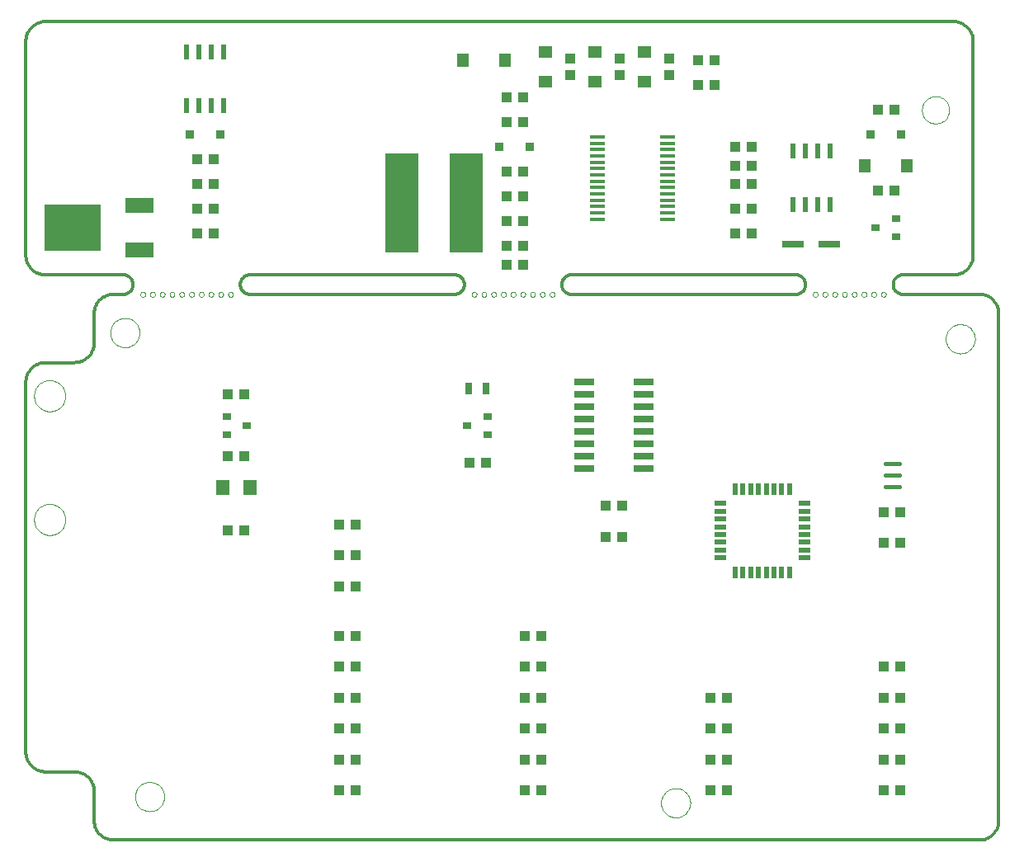
<source format=gtp>
G75*
%MOIN*%
%OFA0B0*%
%FSLAX24Y24*%
%IPPOS*%
%LPD*%
%AMOC8*
5,1,8,0,0,1.08239X$1,22.5*
%
%ADD10C,0.0120*%
%ADD11C,0.0000*%
%ADD12R,0.0354X0.0374*%
%ADD13R,0.0433X0.0394*%
%ADD14R,0.0240X0.0600*%
%ADD15R,0.0500X0.0579*%
%ADD16R,0.0591X0.0157*%
%ADD17R,0.0394X0.0433*%
%ADD18R,0.0551X0.0472*%
%ADD19R,0.0866X0.0256*%
%ADD20R,0.1380X0.4020*%
%ADD21R,0.1181X0.0630*%
%ADD22R,0.2250X0.1900*%
%ADD23R,0.0354X0.0315*%
%ADD24R,0.0500X0.0220*%
%ADD25R,0.0220X0.0500*%
%ADD26C,0.0177*%
%ADD27R,0.0551X0.0630*%
%ADD28R,0.0800X0.0260*%
%ADD29R,0.0315X0.0472*%
D10*
X007011Y006459D02*
X007011Y021420D01*
X007013Y021474D01*
X007018Y021527D01*
X007027Y021580D01*
X007040Y021632D01*
X007056Y021684D01*
X007076Y021734D01*
X007099Y021782D01*
X007126Y021829D01*
X007155Y021874D01*
X007188Y021917D01*
X007223Y021957D01*
X007261Y021995D01*
X007301Y022030D01*
X007344Y022063D01*
X007389Y022092D01*
X007436Y022119D01*
X007484Y022142D01*
X007534Y022162D01*
X007586Y022178D01*
X007638Y022191D01*
X007691Y022200D01*
X007744Y022205D01*
X007798Y022207D01*
X008979Y022207D01*
X008979Y022208D02*
X009033Y022210D01*
X009086Y022215D01*
X009139Y022224D01*
X009191Y022237D01*
X009243Y022253D01*
X009293Y022273D01*
X009341Y022296D01*
X009388Y022323D01*
X009433Y022352D01*
X009476Y022385D01*
X009516Y022420D01*
X009554Y022458D01*
X009589Y022498D01*
X009622Y022541D01*
X009651Y022586D01*
X009678Y022633D01*
X009701Y022681D01*
X009721Y022731D01*
X009737Y022783D01*
X009750Y022835D01*
X009759Y022888D01*
X009764Y022941D01*
X009766Y022995D01*
X009767Y022995D02*
X009767Y024176D01*
X009769Y024230D01*
X009774Y024283D01*
X009783Y024336D01*
X009796Y024388D01*
X009812Y024440D01*
X009832Y024490D01*
X009855Y024538D01*
X009882Y024585D01*
X009911Y024630D01*
X009944Y024673D01*
X009979Y024713D01*
X010017Y024751D01*
X010057Y024786D01*
X010100Y024819D01*
X010145Y024848D01*
X010192Y024875D01*
X010240Y024898D01*
X010290Y024918D01*
X010342Y024934D01*
X010394Y024947D01*
X010447Y024956D01*
X010500Y024961D01*
X010554Y024963D01*
X010948Y024963D01*
X010987Y024965D01*
X011025Y024971D01*
X011062Y024980D01*
X011099Y024993D01*
X011134Y025010D01*
X011167Y025029D01*
X011198Y025052D01*
X011227Y025078D01*
X011253Y025107D01*
X011276Y025138D01*
X011295Y025171D01*
X011312Y025206D01*
X011325Y025243D01*
X011334Y025280D01*
X011340Y025318D01*
X011342Y025357D01*
X011340Y025396D01*
X011334Y025434D01*
X011325Y025471D01*
X011312Y025508D01*
X011295Y025543D01*
X011276Y025576D01*
X011253Y025607D01*
X011227Y025636D01*
X011198Y025662D01*
X011167Y025685D01*
X011134Y025704D01*
X011099Y025721D01*
X011062Y025734D01*
X011025Y025743D01*
X010987Y025749D01*
X010948Y025751D01*
X007798Y025751D01*
X007744Y025753D01*
X007691Y025758D01*
X007638Y025767D01*
X007586Y025780D01*
X007534Y025796D01*
X007484Y025816D01*
X007436Y025839D01*
X007389Y025866D01*
X007344Y025895D01*
X007301Y025928D01*
X007261Y025963D01*
X007223Y026001D01*
X007188Y026041D01*
X007155Y026084D01*
X007126Y026129D01*
X007099Y026176D01*
X007076Y026224D01*
X007056Y026274D01*
X007040Y026326D01*
X007027Y026378D01*
X007018Y026431D01*
X007013Y026484D01*
X007011Y026538D01*
X007011Y035199D01*
X007013Y035253D01*
X007018Y035306D01*
X007027Y035359D01*
X007040Y035411D01*
X007056Y035463D01*
X007076Y035513D01*
X007099Y035561D01*
X007126Y035608D01*
X007155Y035653D01*
X007188Y035696D01*
X007223Y035736D01*
X007261Y035774D01*
X007301Y035809D01*
X007344Y035842D01*
X007389Y035871D01*
X007436Y035898D01*
X007484Y035921D01*
X007534Y035941D01*
X007586Y035957D01*
X007638Y035970D01*
X007691Y035979D01*
X007744Y035984D01*
X007798Y035986D01*
X007798Y035987D02*
X044491Y035987D01*
X044491Y035986D02*
X044545Y035984D01*
X044598Y035979D01*
X044651Y035970D01*
X044703Y035957D01*
X044755Y035941D01*
X044805Y035921D01*
X044853Y035898D01*
X044900Y035871D01*
X044945Y035842D01*
X044988Y035809D01*
X045028Y035774D01*
X045066Y035736D01*
X045101Y035696D01*
X045134Y035653D01*
X045163Y035608D01*
X045190Y035561D01*
X045213Y035513D01*
X045233Y035463D01*
X045249Y035411D01*
X045262Y035359D01*
X045271Y035306D01*
X045276Y035253D01*
X045278Y035199D01*
X045279Y035199D02*
X045279Y026538D01*
X045278Y026538D02*
X045276Y026484D01*
X045271Y026431D01*
X045262Y026378D01*
X045249Y026326D01*
X045233Y026274D01*
X045213Y026224D01*
X045190Y026176D01*
X045163Y026129D01*
X045134Y026084D01*
X045101Y026041D01*
X045066Y026001D01*
X045028Y025963D01*
X044988Y025928D01*
X044945Y025895D01*
X044900Y025866D01*
X044853Y025839D01*
X044805Y025816D01*
X044755Y025796D01*
X044703Y025780D01*
X044651Y025767D01*
X044598Y025758D01*
X044545Y025753D01*
X044491Y025751D01*
X042444Y025751D01*
X042405Y025749D01*
X042367Y025743D01*
X042330Y025734D01*
X042293Y025721D01*
X042258Y025704D01*
X042225Y025685D01*
X042194Y025662D01*
X042165Y025636D01*
X042139Y025607D01*
X042116Y025576D01*
X042097Y025543D01*
X042080Y025508D01*
X042067Y025471D01*
X042058Y025434D01*
X042052Y025396D01*
X042050Y025357D01*
X042052Y025318D01*
X042058Y025280D01*
X042067Y025243D01*
X042080Y025206D01*
X042097Y025171D01*
X042116Y025138D01*
X042139Y025107D01*
X042165Y025078D01*
X042194Y025052D01*
X042225Y025029D01*
X042258Y025010D01*
X042293Y024993D01*
X042330Y024980D01*
X042367Y024971D01*
X042405Y024965D01*
X042444Y024963D01*
X045594Y024963D01*
X045593Y024963D02*
X045647Y024958D01*
X045699Y024950D01*
X045751Y024938D01*
X045802Y024922D01*
X045852Y024902D01*
X045901Y024879D01*
X045947Y024853D01*
X045991Y024823D01*
X046034Y024790D01*
X046074Y024754D01*
X046111Y024716D01*
X046145Y024675D01*
X046176Y024632D01*
X046205Y024586D01*
X046229Y024539D01*
X046251Y024490D01*
X046269Y024440D01*
X046283Y024388D01*
X046293Y024336D01*
X046300Y024282D01*
X046303Y024229D01*
X046302Y024176D01*
X046302Y003703D01*
X046303Y003650D01*
X046300Y003597D01*
X046293Y003543D01*
X046283Y003491D01*
X046269Y003439D01*
X046251Y003389D01*
X046229Y003340D01*
X046205Y003293D01*
X046176Y003247D01*
X046145Y003204D01*
X046111Y003163D01*
X046074Y003125D01*
X046034Y003089D01*
X045991Y003056D01*
X045947Y003026D01*
X045901Y003000D01*
X045852Y002977D01*
X045802Y002957D01*
X045751Y002941D01*
X045699Y002929D01*
X045647Y002921D01*
X045593Y002916D01*
X045594Y002916D02*
X010554Y002916D01*
X010500Y002918D01*
X010447Y002923D01*
X010394Y002932D01*
X010342Y002945D01*
X010290Y002961D01*
X010240Y002981D01*
X010192Y003004D01*
X010145Y003031D01*
X010100Y003060D01*
X010057Y003093D01*
X010017Y003128D01*
X009979Y003166D01*
X009944Y003206D01*
X009911Y003249D01*
X009882Y003294D01*
X009855Y003341D01*
X009832Y003389D01*
X009812Y003439D01*
X009796Y003491D01*
X009783Y003543D01*
X009774Y003596D01*
X009769Y003649D01*
X009767Y003703D01*
X009767Y004884D01*
X009766Y004884D02*
X009764Y004938D01*
X009759Y004991D01*
X009750Y005044D01*
X009737Y005096D01*
X009721Y005148D01*
X009701Y005198D01*
X009678Y005246D01*
X009651Y005293D01*
X009622Y005338D01*
X009589Y005381D01*
X009554Y005421D01*
X009516Y005459D01*
X009476Y005494D01*
X009433Y005527D01*
X009388Y005556D01*
X009341Y005583D01*
X009293Y005606D01*
X009243Y005626D01*
X009191Y005642D01*
X009139Y005655D01*
X009086Y005664D01*
X009033Y005669D01*
X008979Y005671D01*
X008979Y005672D02*
X007798Y005672D01*
X007744Y005674D01*
X007691Y005679D01*
X007638Y005688D01*
X007586Y005701D01*
X007534Y005717D01*
X007484Y005737D01*
X007436Y005760D01*
X007389Y005787D01*
X007344Y005816D01*
X007301Y005849D01*
X007261Y005884D01*
X007223Y005922D01*
X007188Y005962D01*
X007155Y006005D01*
X007126Y006050D01*
X007099Y006097D01*
X007076Y006145D01*
X007056Y006195D01*
X007040Y006247D01*
X007027Y006299D01*
X007018Y006352D01*
X007013Y006405D01*
X007011Y006459D01*
X016066Y024963D02*
X024334Y024963D01*
X024373Y024965D01*
X024411Y024971D01*
X024448Y024980D01*
X024485Y024993D01*
X024520Y025010D01*
X024553Y025029D01*
X024584Y025052D01*
X024613Y025078D01*
X024639Y025107D01*
X024662Y025138D01*
X024681Y025171D01*
X024698Y025206D01*
X024711Y025243D01*
X024720Y025280D01*
X024726Y025318D01*
X024728Y025357D01*
X024726Y025396D01*
X024720Y025434D01*
X024711Y025471D01*
X024698Y025508D01*
X024681Y025543D01*
X024662Y025576D01*
X024639Y025607D01*
X024613Y025636D01*
X024584Y025662D01*
X024553Y025685D01*
X024520Y025704D01*
X024485Y025721D01*
X024448Y025734D01*
X024411Y025743D01*
X024373Y025749D01*
X024334Y025751D01*
X016066Y025751D01*
X015672Y025357D02*
X015674Y025318D01*
X015680Y025280D01*
X015689Y025243D01*
X015702Y025206D01*
X015719Y025171D01*
X015738Y025138D01*
X015761Y025107D01*
X015787Y025078D01*
X015816Y025052D01*
X015847Y025029D01*
X015880Y025010D01*
X015915Y024993D01*
X015952Y024980D01*
X015989Y024971D01*
X016027Y024965D01*
X016066Y024963D01*
X015672Y025357D02*
X015674Y025396D01*
X015680Y025434D01*
X015689Y025471D01*
X015702Y025508D01*
X015719Y025543D01*
X015738Y025576D01*
X015761Y025607D01*
X015787Y025636D01*
X015816Y025662D01*
X015847Y025685D01*
X015880Y025704D01*
X015915Y025721D01*
X015952Y025734D01*
X015989Y025743D01*
X016027Y025749D01*
X016066Y025751D01*
X029058Y025751D02*
X038113Y025751D01*
X038507Y025357D02*
X038505Y025318D01*
X038499Y025280D01*
X038490Y025243D01*
X038477Y025206D01*
X038460Y025171D01*
X038441Y025138D01*
X038418Y025107D01*
X038392Y025078D01*
X038363Y025052D01*
X038332Y025029D01*
X038299Y025010D01*
X038264Y024993D01*
X038227Y024980D01*
X038190Y024971D01*
X038152Y024965D01*
X038113Y024963D01*
X029058Y024963D01*
X028664Y025357D02*
X028666Y025396D01*
X028672Y025434D01*
X028681Y025471D01*
X028694Y025508D01*
X028711Y025543D01*
X028730Y025576D01*
X028753Y025607D01*
X028779Y025636D01*
X028808Y025662D01*
X028839Y025685D01*
X028872Y025704D01*
X028907Y025721D01*
X028944Y025734D01*
X028981Y025743D01*
X029019Y025749D01*
X029058Y025751D01*
X028664Y025357D02*
X028666Y025318D01*
X028672Y025280D01*
X028681Y025243D01*
X028694Y025206D01*
X028711Y025171D01*
X028730Y025138D01*
X028753Y025107D01*
X028779Y025078D01*
X028808Y025052D01*
X028839Y025029D01*
X028872Y025010D01*
X028907Y024993D01*
X028944Y024980D01*
X028981Y024971D01*
X029019Y024965D01*
X029058Y024963D01*
X038113Y025751D02*
X038152Y025749D01*
X038190Y025743D01*
X038227Y025734D01*
X038264Y025721D01*
X038299Y025704D01*
X038332Y025685D01*
X038363Y025662D01*
X038392Y025636D01*
X038418Y025607D01*
X038441Y025576D01*
X038460Y025543D01*
X038477Y025508D01*
X038490Y025471D01*
X038499Y025434D01*
X038505Y025396D01*
X038507Y025357D01*
D11*
X038803Y024963D02*
X038805Y024982D01*
X038810Y025001D01*
X038820Y025017D01*
X038832Y025032D01*
X038847Y025044D01*
X038863Y025054D01*
X038882Y025059D01*
X038901Y025061D01*
X038920Y025059D01*
X038939Y025054D01*
X038955Y025044D01*
X038970Y025032D01*
X038982Y025017D01*
X038992Y025001D01*
X038997Y024982D01*
X038999Y024963D01*
X038997Y024944D01*
X038992Y024925D01*
X038982Y024909D01*
X038970Y024894D01*
X038955Y024882D01*
X038939Y024872D01*
X038920Y024867D01*
X038901Y024865D01*
X038882Y024867D01*
X038863Y024872D01*
X038847Y024882D01*
X038832Y024894D01*
X038820Y024909D01*
X038810Y024925D01*
X038805Y024944D01*
X038803Y024963D01*
X039196Y024963D02*
X039198Y024982D01*
X039203Y025001D01*
X039213Y025017D01*
X039225Y025032D01*
X039240Y025044D01*
X039256Y025054D01*
X039275Y025059D01*
X039294Y025061D01*
X039313Y025059D01*
X039332Y025054D01*
X039348Y025044D01*
X039363Y025032D01*
X039375Y025017D01*
X039385Y025001D01*
X039390Y024982D01*
X039392Y024963D01*
X039390Y024944D01*
X039385Y024925D01*
X039375Y024909D01*
X039363Y024894D01*
X039348Y024882D01*
X039332Y024872D01*
X039313Y024867D01*
X039294Y024865D01*
X039275Y024867D01*
X039256Y024872D01*
X039240Y024882D01*
X039225Y024894D01*
X039213Y024909D01*
X039203Y024925D01*
X039198Y024944D01*
X039196Y024963D01*
X039590Y024963D02*
X039592Y024982D01*
X039597Y025001D01*
X039607Y025017D01*
X039619Y025032D01*
X039634Y025044D01*
X039650Y025054D01*
X039669Y025059D01*
X039688Y025061D01*
X039707Y025059D01*
X039726Y025054D01*
X039742Y025044D01*
X039757Y025032D01*
X039769Y025017D01*
X039779Y025001D01*
X039784Y024982D01*
X039786Y024963D01*
X039784Y024944D01*
X039779Y024925D01*
X039769Y024909D01*
X039757Y024894D01*
X039742Y024882D01*
X039726Y024872D01*
X039707Y024867D01*
X039688Y024865D01*
X039669Y024867D01*
X039650Y024872D01*
X039634Y024882D01*
X039619Y024894D01*
X039607Y024909D01*
X039597Y024925D01*
X039592Y024944D01*
X039590Y024963D01*
X039984Y024963D02*
X039986Y024982D01*
X039991Y025001D01*
X040001Y025017D01*
X040013Y025032D01*
X040028Y025044D01*
X040044Y025054D01*
X040063Y025059D01*
X040082Y025061D01*
X040101Y025059D01*
X040120Y025054D01*
X040136Y025044D01*
X040151Y025032D01*
X040163Y025017D01*
X040173Y025001D01*
X040178Y024982D01*
X040180Y024963D01*
X040178Y024944D01*
X040173Y024925D01*
X040163Y024909D01*
X040151Y024894D01*
X040136Y024882D01*
X040120Y024872D01*
X040101Y024867D01*
X040082Y024865D01*
X040063Y024867D01*
X040044Y024872D01*
X040028Y024882D01*
X040013Y024894D01*
X040001Y024909D01*
X039991Y024925D01*
X039986Y024944D01*
X039984Y024963D01*
X040377Y024963D02*
X040379Y024982D01*
X040384Y025001D01*
X040394Y025017D01*
X040406Y025032D01*
X040421Y025044D01*
X040437Y025054D01*
X040456Y025059D01*
X040475Y025061D01*
X040494Y025059D01*
X040513Y025054D01*
X040529Y025044D01*
X040544Y025032D01*
X040556Y025017D01*
X040566Y025001D01*
X040571Y024982D01*
X040573Y024963D01*
X040571Y024944D01*
X040566Y024925D01*
X040556Y024909D01*
X040544Y024894D01*
X040529Y024882D01*
X040513Y024872D01*
X040494Y024867D01*
X040475Y024865D01*
X040456Y024867D01*
X040437Y024872D01*
X040421Y024882D01*
X040406Y024894D01*
X040394Y024909D01*
X040384Y024925D01*
X040379Y024944D01*
X040377Y024963D01*
X040771Y024963D02*
X040773Y024982D01*
X040778Y025001D01*
X040788Y025017D01*
X040800Y025032D01*
X040815Y025044D01*
X040831Y025054D01*
X040850Y025059D01*
X040869Y025061D01*
X040888Y025059D01*
X040907Y025054D01*
X040923Y025044D01*
X040938Y025032D01*
X040950Y025017D01*
X040960Y025001D01*
X040965Y024982D01*
X040967Y024963D01*
X040965Y024944D01*
X040960Y024925D01*
X040950Y024909D01*
X040938Y024894D01*
X040923Y024882D01*
X040907Y024872D01*
X040888Y024867D01*
X040869Y024865D01*
X040850Y024867D01*
X040831Y024872D01*
X040815Y024882D01*
X040800Y024894D01*
X040788Y024909D01*
X040778Y024925D01*
X040773Y024944D01*
X040771Y024963D01*
X041165Y024963D02*
X041167Y024982D01*
X041172Y025001D01*
X041182Y025017D01*
X041194Y025032D01*
X041209Y025044D01*
X041225Y025054D01*
X041244Y025059D01*
X041263Y025061D01*
X041282Y025059D01*
X041301Y025054D01*
X041317Y025044D01*
X041332Y025032D01*
X041344Y025017D01*
X041354Y025001D01*
X041359Y024982D01*
X041361Y024963D01*
X041359Y024944D01*
X041354Y024925D01*
X041344Y024909D01*
X041332Y024894D01*
X041317Y024882D01*
X041301Y024872D01*
X041282Y024867D01*
X041263Y024865D01*
X041244Y024867D01*
X041225Y024872D01*
X041209Y024882D01*
X041194Y024894D01*
X041182Y024909D01*
X041172Y024925D01*
X041167Y024944D01*
X041165Y024963D01*
X041558Y024963D02*
X041560Y024982D01*
X041565Y025001D01*
X041575Y025017D01*
X041587Y025032D01*
X041602Y025044D01*
X041618Y025054D01*
X041637Y025059D01*
X041656Y025061D01*
X041675Y025059D01*
X041694Y025054D01*
X041710Y025044D01*
X041725Y025032D01*
X041737Y025017D01*
X041747Y025001D01*
X041752Y024982D01*
X041754Y024963D01*
X041752Y024944D01*
X041747Y024925D01*
X041737Y024909D01*
X041725Y024894D01*
X041710Y024882D01*
X041694Y024872D01*
X041675Y024867D01*
X041656Y024865D01*
X041637Y024867D01*
X041618Y024872D01*
X041602Y024882D01*
X041587Y024894D01*
X041575Y024909D01*
X041565Y024925D01*
X041560Y024944D01*
X041558Y024963D01*
X044170Y023166D02*
X044172Y023214D01*
X044178Y023262D01*
X044188Y023309D01*
X044201Y023355D01*
X044219Y023400D01*
X044239Y023444D01*
X044264Y023486D01*
X044292Y023525D01*
X044322Y023562D01*
X044356Y023596D01*
X044393Y023628D01*
X044431Y023657D01*
X044472Y023682D01*
X044515Y023704D01*
X044560Y023722D01*
X044606Y023736D01*
X044653Y023747D01*
X044701Y023754D01*
X044749Y023757D01*
X044797Y023756D01*
X044845Y023751D01*
X044893Y023742D01*
X044939Y023730D01*
X044984Y023713D01*
X045028Y023693D01*
X045070Y023670D01*
X045110Y023643D01*
X045148Y023613D01*
X045183Y023580D01*
X045215Y023544D01*
X045245Y023506D01*
X045271Y023465D01*
X045293Y023422D01*
X045313Y023378D01*
X045328Y023333D01*
X045340Y023286D01*
X045348Y023238D01*
X045352Y023190D01*
X045352Y023142D01*
X045348Y023094D01*
X045340Y023046D01*
X045328Y022999D01*
X045313Y022954D01*
X045293Y022910D01*
X045271Y022867D01*
X045245Y022826D01*
X045215Y022788D01*
X045183Y022752D01*
X045148Y022719D01*
X045110Y022689D01*
X045070Y022662D01*
X045028Y022639D01*
X044984Y022619D01*
X044939Y022602D01*
X044893Y022590D01*
X044845Y022581D01*
X044797Y022576D01*
X044749Y022575D01*
X044701Y022578D01*
X044653Y022585D01*
X044606Y022596D01*
X044560Y022610D01*
X044515Y022628D01*
X044472Y022650D01*
X044431Y022675D01*
X044393Y022704D01*
X044356Y022736D01*
X044322Y022770D01*
X044292Y022807D01*
X044264Y022846D01*
X044239Y022888D01*
X044219Y022932D01*
X044201Y022977D01*
X044188Y023023D01*
X044178Y023070D01*
X044172Y023118D01*
X044170Y023166D01*
X043210Y032416D02*
X043212Y032463D01*
X043218Y032509D01*
X043228Y032555D01*
X043241Y032600D01*
X043259Y032643D01*
X043280Y032685D01*
X043304Y032725D01*
X043332Y032762D01*
X043363Y032797D01*
X043397Y032830D01*
X043433Y032859D01*
X043472Y032885D01*
X043513Y032908D01*
X043556Y032927D01*
X043600Y032943D01*
X043645Y032955D01*
X043691Y032963D01*
X043738Y032967D01*
X043784Y032967D01*
X043831Y032963D01*
X043877Y032955D01*
X043922Y032943D01*
X043966Y032927D01*
X044009Y032908D01*
X044050Y032885D01*
X044089Y032859D01*
X044125Y032830D01*
X044159Y032797D01*
X044190Y032762D01*
X044218Y032725D01*
X044242Y032685D01*
X044263Y032643D01*
X044281Y032600D01*
X044294Y032555D01*
X044304Y032509D01*
X044310Y032463D01*
X044312Y032416D01*
X044310Y032369D01*
X044304Y032323D01*
X044294Y032277D01*
X044281Y032232D01*
X044263Y032189D01*
X044242Y032147D01*
X044218Y032107D01*
X044190Y032070D01*
X044159Y032035D01*
X044125Y032002D01*
X044089Y031973D01*
X044050Y031947D01*
X044009Y031924D01*
X043966Y031905D01*
X043922Y031889D01*
X043877Y031877D01*
X043831Y031869D01*
X043784Y031865D01*
X043738Y031865D01*
X043691Y031869D01*
X043645Y031877D01*
X043600Y031889D01*
X043556Y031905D01*
X043513Y031924D01*
X043472Y031947D01*
X043433Y031973D01*
X043397Y032002D01*
X043363Y032035D01*
X043332Y032070D01*
X043304Y032107D01*
X043280Y032147D01*
X043259Y032189D01*
X043241Y032232D01*
X043228Y032277D01*
X043218Y032323D01*
X043212Y032369D01*
X043210Y032416D01*
X028173Y024963D02*
X028175Y024982D01*
X028180Y025001D01*
X028190Y025017D01*
X028202Y025032D01*
X028217Y025044D01*
X028233Y025054D01*
X028252Y025059D01*
X028271Y025061D01*
X028290Y025059D01*
X028309Y025054D01*
X028325Y025044D01*
X028340Y025032D01*
X028352Y025017D01*
X028362Y025001D01*
X028367Y024982D01*
X028369Y024963D01*
X028367Y024944D01*
X028362Y024925D01*
X028352Y024909D01*
X028340Y024894D01*
X028325Y024882D01*
X028309Y024872D01*
X028290Y024867D01*
X028271Y024865D01*
X028252Y024867D01*
X028233Y024872D01*
X028217Y024882D01*
X028202Y024894D01*
X028190Y024909D01*
X028180Y024925D01*
X028175Y024944D01*
X028173Y024963D01*
X027779Y024963D02*
X027781Y024982D01*
X027786Y025001D01*
X027796Y025017D01*
X027808Y025032D01*
X027823Y025044D01*
X027839Y025054D01*
X027858Y025059D01*
X027877Y025061D01*
X027896Y025059D01*
X027915Y025054D01*
X027931Y025044D01*
X027946Y025032D01*
X027958Y025017D01*
X027968Y025001D01*
X027973Y024982D01*
X027975Y024963D01*
X027973Y024944D01*
X027968Y024925D01*
X027958Y024909D01*
X027946Y024894D01*
X027931Y024882D01*
X027915Y024872D01*
X027896Y024867D01*
X027877Y024865D01*
X027858Y024867D01*
X027839Y024872D01*
X027823Y024882D01*
X027808Y024894D01*
X027796Y024909D01*
X027786Y024925D01*
X027781Y024944D01*
X027779Y024963D01*
X027385Y024963D02*
X027387Y024982D01*
X027392Y025001D01*
X027402Y025017D01*
X027414Y025032D01*
X027429Y025044D01*
X027445Y025054D01*
X027464Y025059D01*
X027483Y025061D01*
X027502Y025059D01*
X027521Y025054D01*
X027537Y025044D01*
X027552Y025032D01*
X027564Y025017D01*
X027574Y025001D01*
X027579Y024982D01*
X027581Y024963D01*
X027579Y024944D01*
X027574Y024925D01*
X027564Y024909D01*
X027552Y024894D01*
X027537Y024882D01*
X027521Y024872D01*
X027502Y024867D01*
X027483Y024865D01*
X027464Y024867D01*
X027445Y024872D01*
X027429Y024882D01*
X027414Y024894D01*
X027402Y024909D01*
X027392Y024925D01*
X027387Y024944D01*
X027385Y024963D01*
X026992Y024963D02*
X026994Y024982D01*
X026999Y025001D01*
X027009Y025017D01*
X027021Y025032D01*
X027036Y025044D01*
X027052Y025054D01*
X027071Y025059D01*
X027090Y025061D01*
X027109Y025059D01*
X027128Y025054D01*
X027144Y025044D01*
X027159Y025032D01*
X027171Y025017D01*
X027181Y025001D01*
X027186Y024982D01*
X027188Y024963D01*
X027186Y024944D01*
X027181Y024925D01*
X027171Y024909D01*
X027159Y024894D01*
X027144Y024882D01*
X027128Y024872D01*
X027109Y024867D01*
X027090Y024865D01*
X027071Y024867D01*
X027052Y024872D01*
X027036Y024882D01*
X027021Y024894D01*
X027009Y024909D01*
X026999Y024925D01*
X026994Y024944D01*
X026992Y024963D01*
X026598Y024963D02*
X026600Y024982D01*
X026605Y025001D01*
X026615Y025017D01*
X026627Y025032D01*
X026642Y025044D01*
X026658Y025054D01*
X026677Y025059D01*
X026696Y025061D01*
X026715Y025059D01*
X026734Y025054D01*
X026750Y025044D01*
X026765Y025032D01*
X026777Y025017D01*
X026787Y025001D01*
X026792Y024982D01*
X026794Y024963D01*
X026792Y024944D01*
X026787Y024925D01*
X026777Y024909D01*
X026765Y024894D01*
X026750Y024882D01*
X026734Y024872D01*
X026715Y024867D01*
X026696Y024865D01*
X026677Y024867D01*
X026658Y024872D01*
X026642Y024882D01*
X026627Y024894D01*
X026615Y024909D01*
X026605Y024925D01*
X026600Y024944D01*
X026598Y024963D01*
X026204Y024963D02*
X026206Y024982D01*
X026211Y025001D01*
X026221Y025017D01*
X026233Y025032D01*
X026248Y025044D01*
X026264Y025054D01*
X026283Y025059D01*
X026302Y025061D01*
X026321Y025059D01*
X026340Y025054D01*
X026356Y025044D01*
X026371Y025032D01*
X026383Y025017D01*
X026393Y025001D01*
X026398Y024982D01*
X026400Y024963D01*
X026398Y024944D01*
X026393Y024925D01*
X026383Y024909D01*
X026371Y024894D01*
X026356Y024882D01*
X026340Y024872D01*
X026321Y024867D01*
X026302Y024865D01*
X026283Y024867D01*
X026264Y024872D01*
X026248Y024882D01*
X026233Y024894D01*
X026221Y024909D01*
X026211Y024925D01*
X026206Y024944D01*
X026204Y024963D01*
X025810Y024963D02*
X025812Y024982D01*
X025817Y025001D01*
X025827Y025017D01*
X025839Y025032D01*
X025854Y025044D01*
X025870Y025054D01*
X025889Y025059D01*
X025908Y025061D01*
X025927Y025059D01*
X025946Y025054D01*
X025962Y025044D01*
X025977Y025032D01*
X025989Y025017D01*
X025999Y025001D01*
X026004Y024982D01*
X026006Y024963D01*
X026004Y024944D01*
X025999Y024925D01*
X025989Y024909D01*
X025977Y024894D01*
X025962Y024882D01*
X025946Y024872D01*
X025927Y024867D01*
X025908Y024865D01*
X025889Y024867D01*
X025870Y024872D01*
X025854Y024882D01*
X025839Y024894D01*
X025827Y024909D01*
X025817Y024925D01*
X025812Y024944D01*
X025810Y024963D01*
X025417Y024963D02*
X025419Y024982D01*
X025424Y025001D01*
X025434Y025017D01*
X025446Y025032D01*
X025461Y025044D01*
X025477Y025054D01*
X025496Y025059D01*
X025515Y025061D01*
X025534Y025059D01*
X025553Y025054D01*
X025569Y025044D01*
X025584Y025032D01*
X025596Y025017D01*
X025606Y025001D01*
X025611Y024982D01*
X025613Y024963D01*
X025611Y024944D01*
X025606Y024925D01*
X025596Y024909D01*
X025584Y024894D01*
X025569Y024882D01*
X025553Y024872D01*
X025534Y024867D01*
X025515Y024865D01*
X025496Y024867D01*
X025477Y024872D01*
X025461Y024882D01*
X025446Y024894D01*
X025434Y024909D01*
X025424Y024925D01*
X025419Y024944D01*
X025417Y024963D01*
X025023Y024963D02*
X025025Y024982D01*
X025030Y025001D01*
X025040Y025017D01*
X025052Y025032D01*
X025067Y025044D01*
X025083Y025054D01*
X025102Y025059D01*
X025121Y025061D01*
X025140Y025059D01*
X025159Y025054D01*
X025175Y025044D01*
X025190Y025032D01*
X025202Y025017D01*
X025212Y025001D01*
X025217Y024982D01*
X025219Y024963D01*
X025217Y024944D01*
X025212Y024925D01*
X025202Y024909D01*
X025190Y024894D01*
X025175Y024882D01*
X025159Y024872D01*
X025140Y024867D01*
X025121Y024865D01*
X025102Y024867D01*
X025083Y024872D01*
X025067Y024882D01*
X025052Y024894D01*
X025040Y024909D01*
X025030Y024925D01*
X025025Y024944D01*
X025023Y024963D01*
X015181Y024963D02*
X015183Y024982D01*
X015188Y025001D01*
X015198Y025017D01*
X015210Y025032D01*
X015225Y025044D01*
X015241Y025054D01*
X015260Y025059D01*
X015279Y025061D01*
X015298Y025059D01*
X015317Y025054D01*
X015333Y025044D01*
X015348Y025032D01*
X015360Y025017D01*
X015370Y025001D01*
X015375Y024982D01*
X015377Y024963D01*
X015375Y024944D01*
X015370Y024925D01*
X015360Y024909D01*
X015348Y024894D01*
X015333Y024882D01*
X015317Y024872D01*
X015298Y024867D01*
X015279Y024865D01*
X015260Y024867D01*
X015241Y024872D01*
X015225Y024882D01*
X015210Y024894D01*
X015198Y024909D01*
X015188Y024925D01*
X015183Y024944D01*
X015181Y024963D01*
X014787Y024963D02*
X014789Y024982D01*
X014794Y025001D01*
X014804Y025017D01*
X014816Y025032D01*
X014831Y025044D01*
X014847Y025054D01*
X014866Y025059D01*
X014885Y025061D01*
X014904Y025059D01*
X014923Y025054D01*
X014939Y025044D01*
X014954Y025032D01*
X014966Y025017D01*
X014976Y025001D01*
X014981Y024982D01*
X014983Y024963D01*
X014981Y024944D01*
X014976Y024925D01*
X014966Y024909D01*
X014954Y024894D01*
X014939Y024882D01*
X014923Y024872D01*
X014904Y024867D01*
X014885Y024865D01*
X014866Y024867D01*
X014847Y024872D01*
X014831Y024882D01*
X014816Y024894D01*
X014804Y024909D01*
X014794Y024925D01*
X014789Y024944D01*
X014787Y024963D01*
X014393Y024963D02*
X014395Y024982D01*
X014400Y025001D01*
X014410Y025017D01*
X014422Y025032D01*
X014437Y025044D01*
X014453Y025054D01*
X014472Y025059D01*
X014491Y025061D01*
X014510Y025059D01*
X014529Y025054D01*
X014545Y025044D01*
X014560Y025032D01*
X014572Y025017D01*
X014582Y025001D01*
X014587Y024982D01*
X014589Y024963D01*
X014587Y024944D01*
X014582Y024925D01*
X014572Y024909D01*
X014560Y024894D01*
X014545Y024882D01*
X014529Y024872D01*
X014510Y024867D01*
X014491Y024865D01*
X014472Y024867D01*
X014453Y024872D01*
X014437Y024882D01*
X014422Y024894D01*
X014410Y024909D01*
X014400Y024925D01*
X014395Y024944D01*
X014393Y024963D01*
X013999Y024963D02*
X014001Y024982D01*
X014006Y025001D01*
X014016Y025017D01*
X014028Y025032D01*
X014043Y025044D01*
X014059Y025054D01*
X014078Y025059D01*
X014097Y025061D01*
X014116Y025059D01*
X014135Y025054D01*
X014151Y025044D01*
X014166Y025032D01*
X014178Y025017D01*
X014188Y025001D01*
X014193Y024982D01*
X014195Y024963D01*
X014193Y024944D01*
X014188Y024925D01*
X014178Y024909D01*
X014166Y024894D01*
X014151Y024882D01*
X014135Y024872D01*
X014116Y024867D01*
X014097Y024865D01*
X014078Y024867D01*
X014059Y024872D01*
X014043Y024882D01*
X014028Y024894D01*
X014016Y024909D01*
X014006Y024925D01*
X014001Y024944D01*
X013999Y024963D01*
X013606Y024963D02*
X013608Y024982D01*
X013613Y025001D01*
X013623Y025017D01*
X013635Y025032D01*
X013650Y025044D01*
X013666Y025054D01*
X013685Y025059D01*
X013704Y025061D01*
X013723Y025059D01*
X013742Y025054D01*
X013758Y025044D01*
X013773Y025032D01*
X013785Y025017D01*
X013795Y025001D01*
X013800Y024982D01*
X013802Y024963D01*
X013800Y024944D01*
X013795Y024925D01*
X013785Y024909D01*
X013773Y024894D01*
X013758Y024882D01*
X013742Y024872D01*
X013723Y024867D01*
X013704Y024865D01*
X013685Y024867D01*
X013666Y024872D01*
X013650Y024882D01*
X013635Y024894D01*
X013623Y024909D01*
X013613Y024925D01*
X013608Y024944D01*
X013606Y024963D01*
X013212Y024963D02*
X013214Y024982D01*
X013219Y025001D01*
X013229Y025017D01*
X013241Y025032D01*
X013256Y025044D01*
X013272Y025054D01*
X013291Y025059D01*
X013310Y025061D01*
X013329Y025059D01*
X013348Y025054D01*
X013364Y025044D01*
X013379Y025032D01*
X013391Y025017D01*
X013401Y025001D01*
X013406Y024982D01*
X013408Y024963D01*
X013406Y024944D01*
X013401Y024925D01*
X013391Y024909D01*
X013379Y024894D01*
X013364Y024882D01*
X013348Y024872D01*
X013329Y024867D01*
X013310Y024865D01*
X013291Y024867D01*
X013272Y024872D01*
X013256Y024882D01*
X013241Y024894D01*
X013229Y024909D01*
X013219Y024925D01*
X013214Y024944D01*
X013212Y024963D01*
X012818Y024963D02*
X012820Y024982D01*
X012825Y025001D01*
X012835Y025017D01*
X012847Y025032D01*
X012862Y025044D01*
X012878Y025054D01*
X012897Y025059D01*
X012916Y025061D01*
X012935Y025059D01*
X012954Y025054D01*
X012970Y025044D01*
X012985Y025032D01*
X012997Y025017D01*
X013007Y025001D01*
X013012Y024982D01*
X013014Y024963D01*
X013012Y024944D01*
X013007Y024925D01*
X012997Y024909D01*
X012985Y024894D01*
X012970Y024882D01*
X012954Y024872D01*
X012935Y024867D01*
X012916Y024865D01*
X012897Y024867D01*
X012878Y024872D01*
X012862Y024882D01*
X012847Y024894D01*
X012835Y024909D01*
X012825Y024925D01*
X012820Y024944D01*
X012818Y024963D01*
X012425Y024963D02*
X012427Y024982D01*
X012432Y025001D01*
X012442Y025017D01*
X012454Y025032D01*
X012469Y025044D01*
X012485Y025054D01*
X012504Y025059D01*
X012523Y025061D01*
X012542Y025059D01*
X012561Y025054D01*
X012577Y025044D01*
X012592Y025032D01*
X012604Y025017D01*
X012614Y025001D01*
X012619Y024982D01*
X012621Y024963D01*
X012619Y024944D01*
X012614Y024925D01*
X012604Y024909D01*
X012592Y024894D01*
X012577Y024882D01*
X012561Y024872D01*
X012542Y024867D01*
X012523Y024865D01*
X012504Y024867D01*
X012485Y024872D01*
X012469Y024882D01*
X012454Y024894D01*
X012442Y024909D01*
X012432Y024925D01*
X012427Y024944D01*
X012425Y024963D01*
X012031Y024963D02*
X012033Y024982D01*
X012038Y025001D01*
X012048Y025017D01*
X012060Y025032D01*
X012075Y025044D01*
X012091Y025054D01*
X012110Y025059D01*
X012129Y025061D01*
X012148Y025059D01*
X012167Y025054D01*
X012183Y025044D01*
X012198Y025032D01*
X012210Y025017D01*
X012220Y025001D01*
X012225Y024982D01*
X012227Y024963D01*
X012225Y024944D01*
X012220Y024925D01*
X012210Y024909D01*
X012198Y024894D01*
X012183Y024882D01*
X012167Y024872D01*
X012148Y024867D01*
X012129Y024865D01*
X012110Y024867D01*
X012091Y024872D01*
X012075Y024882D01*
X012060Y024894D01*
X012048Y024909D01*
X012038Y024925D01*
X012033Y024944D01*
X012031Y024963D01*
X011637Y024963D02*
X011639Y024982D01*
X011644Y025001D01*
X011654Y025017D01*
X011666Y025032D01*
X011681Y025044D01*
X011697Y025054D01*
X011716Y025059D01*
X011735Y025061D01*
X011754Y025059D01*
X011773Y025054D01*
X011789Y025044D01*
X011804Y025032D01*
X011816Y025017D01*
X011826Y025001D01*
X011831Y024982D01*
X011833Y024963D01*
X011831Y024944D01*
X011826Y024925D01*
X011816Y024909D01*
X011804Y024894D01*
X011789Y024882D01*
X011773Y024872D01*
X011754Y024867D01*
X011735Y024865D01*
X011716Y024867D01*
X011697Y024872D01*
X011681Y024882D01*
X011666Y024894D01*
X011654Y024909D01*
X011644Y024925D01*
X011639Y024944D01*
X011637Y024963D01*
X010420Y023416D02*
X010422Y023464D01*
X010428Y023512D01*
X010438Y023559D01*
X010451Y023605D01*
X010469Y023650D01*
X010489Y023694D01*
X010514Y023736D01*
X010542Y023775D01*
X010572Y023812D01*
X010606Y023846D01*
X010643Y023878D01*
X010681Y023907D01*
X010722Y023932D01*
X010765Y023954D01*
X010810Y023972D01*
X010856Y023986D01*
X010903Y023997D01*
X010951Y024004D01*
X010999Y024007D01*
X011047Y024006D01*
X011095Y024001D01*
X011143Y023992D01*
X011189Y023980D01*
X011234Y023963D01*
X011278Y023943D01*
X011320Y023920D01*
X011360Y023893D01*
X011398Y023863D01*
X011433Y023830D01*
X011465Y023794D01*
X011495Y023756D01*
X011521Y023715D01*
X011543Y023672D01*
X011563Y023628D01*
X011578Y023583D01*
X011590Y023536D01*
X011598Y023488D01*
X011602Y023440D01*
X011602Y023392D01*
X011598Y023344D01*
X011590Y023296D01*
X011578Y023249D01*
X011563Y023204D01*
X011543Y023160D01*
X011521Y023117D01*
X011495Y023076D01*
X011465Y023038D01*
X011433Y023002D01*
X011398Y022969D01*
X011360Y022939D01*
X011320Y022912D01*
X011278Y022889D01*
X011234Y022869D01*
X011189Y022852D01*
X011143Y022840D01*
X011095Y022831D01*
X011047Y022826D01*
X010999Y022825D01*
X010951Y022828D01*
X010903Y022835D01*
X010856Y022846D01*
X010810Y022860D01*
X010765Y022878D01*
X010722Y022900D01*
X010681Y022925D01*
X010643Y022954D01*
X010606Y022986D01*
X010572Y023020D01*
X010542Y023057D01*
X010514Y023096D01*
X010489Y023138D01*
X010469Y023182D01*
X010451Y023227D01*
X010438Y023273D01*
X010428Y023320D01*
X010422Y023368D01*
X010420Y023416D01*
X007341Y020863D02*
X007343Y020913D01*
X007349Y020963D01*
X007359Y021012D01*
X007373Y021060D01*
X007390Y021107D01*
X007411Y021152D01*
X007436Y021196D01*
X007464Y021237D01*
X007496Y021276D01*
X007530Y021313D01*
X007567Y021347D01*
X007607Y021377D01*
X007649Y021404D01*
X007693Y021428D01*
X007739Y021449D01*
X007786Y021465D01*
X007834Y021478D01*
X007884Y021487D01*
X007933Y021492D01*
X007984Y021493D01*
X008034Y021490D01*
X008083Y021483D01*
X008132Y021472D01*
X008180Y021457D01*
X008226Y021439D01*
X008271Y021417D01*
X008314Y021391D01*
X008355Y021362D01*
X008394Y021330D01*
X008430Y021295D01*
X008462Y021257D01*
X008492Y021217D01*
X008519Y021174D01*
X008542Y021130D01*
X008561Y021084D01*
X008577Y021036D01*
X008589Y020987D01*
X008597Y020938D01*
X008601Y020888D01*
X008601Y020838D01*
X008597Y020788D01*
X008589Y020739D01*
X008577Y020690D01*
X008561Y020642D01*
X008542Y020596D01*
X008519Y020552D01*
X008492Y020509D01*
X008462Y020469D01*
X008430Y020431D01*
X008394Y020396D01*
X008355Y020364D01*
X008314Y020335D01*
X008271Y020309D01*
X008226Y020287D01*
X008180Y020269D01*
X008132Y020254D01*
X008083Y020243D01*
X008034Y020236D01*
X007984Y020233D01*
X007933Y020234D01*
X007884Y020239D01*
X007834Y020248D01*
X007786Y020261D01*
X007739Y020277D01*
X007693Y020298D01*
X007649Y020322D01*
X007607Y020349D01*
X007567Y020379D01*
X007530Y020413D01*
X007496Y020450D01*
X007464Y020489D01*
X007436Y020530D01*
X007411Y020574D01*
X007390Y020619D01*
X007373Y020666D01*
X007359Y020714D01*
X007349Y020763D01*
X007343Y020813D01*
X007341Y020863D01*
X007341Y015863D02*
X007343Y015913D01*
X007349Y015963D01*
X007359Y016012D01*
X007373Y016060D01*
X007390Y016107D01*
X007411Y016152D01*
X007436Y016196D01*
X007464Y016237D01*
X007496Y016276D01*
X007530Y016313D01*
X007567Y016347D01*
X007607Y016377D01*
X007649Y016404D01*
X007693Y016428D01*
X007739Y016449D01*
X007786Y016465D01*
X007834Y016478D01*
X007884Y016487D01*
X007933Y016492D01*
X007984Y016493D01*
X008034Y016490D01*
X008083Y016483D01*
X008132Y016472D01*
X008180Y016457D01*
X008226Y016439D01*
X008271Y016417D01*
X008314Y016391D01*
X008355Y016362D01*
X008394Y016330D01*
X008430Y016295D01*
X008462Y016257D01*
X008492Y016217D01*
X008519Y016174D01*
X008542Y016130D01*
X008561Y016084D01*
X008577Y016036D01*
X008589Y015987D01*
X008597Y015938D01*
X008601Y015888D01*
X008601Y015838D01*
X008597Y015788D01*
X008589Y015739D01*
X008577Y015690D01*
X008561Y015642D01*
X008542Y015596D01*
X008519Y015552D01*
X008492Y015509D01*
X008462Y015469D01*
X008430Y015431D01*
X008394Y015396D01*
X008355Y015364D01*
X008314Y015335D01*
X008271Y015309D01*
X008226Y015287D01*
X008180Y015269D01*
X008132Y015254D01*
X008083Y015243D01*
X008034Y015236D01*
X007984Y015233D01*
X007933Y015234D01*
X007884Y015239D01*
X007834Y015248D01*
X007786Y015261D01*
X007739Y015277D01*
X007693Y015298D01*
X007649Y015322D01*
X007607Y015349D01*
X007567Y015379D01*
X007530Y015413D01*
X007496Y015450D01*
X007464Y015489D01*
X007436Y015530D01*
X007411Y015574D01*
X007390Y015619D01*
X007373Y015666D01*
X007359Y015714D01*
X007349Y015763D01*
X007343Y015813D01*
X007341Y015863D01*
X011420Y004666D02*
X011422Y004714D01*
X011428Y004762D01*
X011438Y004809D01*
X011451Y004855D01*
X011469Y004900D01*
X011489Y004944D01*
X011514Y004986D01*
X011542Y005025D01*
X011572Y005062D01*
X011606Y005096D01*
X011643Y005128D01*
X011681Y005157D01*
X011722Y005182D01*
X011765Y005204D01*
X011810Y005222D01*
X011856Y005236D01*
X011903Y005247D01*
X011951Y005254D01*
X011999Y005257D01*
X012047Y005256D01*
X012095Y005251D01*
X012143Y005242D01*
X012189Y005230D01*
X012234Y005213D01*
X012278Y005193D01*
X012320Y005170D01*
X012360Y005143D01*
X012398Y005113D01*
X012433Y005080D01*
X012465Y005044D01*
X012495Y005006D01*
X012521Y004965D01*
X012543Y004922D01*
X012563Y004878D01*
X012578Y004833D01*
X012590Y004786D01*
X012598Y004738D01*
X012602Y004690D01*
X012602Y004642D01*
X012598Y004594D01*
X012590Y004546D01*
X012578Y004499D01*
X012563Y004454D01*
X012543Y004410D01*
X012521Y004367D01*
X012495Y004326D01*
X012465Y004288D01*
X012433Y004252D01*
X012398Y004219D01*
X012360Y004189D01*
X012320Y004162D01*
X012278Y004139D01*
X012234Y004119D01*
X012189Y004102D01*
X012143Y004090D01*
X012095Y004081D01*
X012047Y004076D01*
X011999Y004075D01*
X011951Y004078D01*
X011903Y004085D01*
X011856Y004096D01*
X011810Y004110D01*
X011765Y004128D01*
X011722Y004150D01*
X011681Y004175D01*
X011643Y004204D01*
X011606Y004236D01*
X011572Y004270D01*
X011542Y004307D01*
X011514Y004346D01*
X011489Y004388D01*
X011469Y004432D01*
X011451Y004477D01*
X011438Y004523D01*
X011428Y004570D01*
X011422Y004618D01*
X011420Y004666D01*
X032670Y004416D02*
X032672Y004464D01*
X032678Y004512D01*
X032688Y004559D01*
X032701Y004605D01*
X032719Y004650D01*
X032739Y004694D01*
X032764Y004736D01*
X032792Y004775D01*
X032822Y004812D01*
X032856Y004846D01*
X032893Y004878D01*
X032931Y004907D01*
X032972Y004932D01*
X033015Y004954D01*
X033060Y004972D01*
X033106Y004986D01*
X033153Y004997D01*
X033201Y005004D01*
X033249Y005007D01*
X033297Y005006D01*
X033345Y005001D01*
X033393Y004992D01*
X033439Y004980D01*
X033484Y004963D01*
X033528Y004943D01*
X033570Y004920D01*
X033610Y004893D01*
X033648Y004863D01*
X033683Y004830D01*
X033715Y004794D01*
X033745Y004756D01*
X033771Y004715D01*
X033793Y004672D01*
X033813Y004628D01*
X033828Y004583D01*
X033840Y004536D01*
X033848Y004488D01*
X033852Y004440D01*
X033852Y004392D01*
X033848Y004344D01*
X033840Y004296D01*
X033828Y004249D01*
X033813Y004204D01*
X033793Y004160D01*
X033771Y004117D01*
X033745Y004076D01*
X033715Y004038D01*
X033683Y004002D01*
X033648Y003969D01*
X033610Y003939D01*
X033570Y003912D01*
X033528Y003889D01*
X033484Y003869D01*
X033439Y003852D01*
X033393Y003840D01*
X033345Y003831D01*
X033297Y003826D01*
X033249Y003825D01*
X033201Y003828D01*
X033153Y003835D01*
X033106Y003846D01*
X033060Y003860D01*
X033015Y003878D01*
X032972Y003900D01*
X032931Y003925D01*
X032893Y003954D01*
X032856Y003986D01*
X032822Y004020D01*
X032792Y004057D01*
X032764Y004096D01*
X032739Y004138D01*
X032719Y004182D01*
X032701Y004227D01*
X032688Y004273D01*
X032678Y004320D01*
X032672Y004368D01*
X032670Y004416D01*
D12*
X027381Y030916D03*
X026141Y030916D03*
X014881Y031416D03*
X013641Y031416D03*
X041141Y031416D03*
X042381Y031416D03*
D13*
X042095Y032416D03*
X041426Y032416D03*
X041426Y029166D03*
X042095Y029166D03*
X036345Y029416D03*
X035676Y029416D03*
X035676Y030166D03*
X035676Y030916D03*
X036345Y030916D03*
X036345Y030166D03*
X036345Y028416D03*
X035676Y028416D03*
X035676Y027416D03*
X036345Y027416D03*
X034845Y033416D03*
X034176Y033416D03*
X034176Y034416D03*
X034845Y034416D03*
X027095Y032916D03*
X026426Y032916D03*
X026426Y031916D03*
X027095Y031916D03*
X027095Y029916D03*
X026426Y029916D03*
X026426Y028916D03*
X027095Y028916D03*
X027095Y027916D03*
X026426Y027916D03*
X026426Y026916D03*
X027095Y026916D03*
X027095Y026166D03*
X026426Y026166D03*
X025595Y018166D03*
X024926Y018166D03*
X020345Y015666D03*
X019676Y015666D03*
X019676Y014416D03*
X020345Y014416D03*
X020345Y013166D03*
X019676Y013166D03*
X019676Y011166D03*
X020345Y011166D03*
X020345Y009916D03*
X019676Y009916D03*
X019676Y008666D03*
X020345Y008666D03*
X020345Y007416D03*
X019676Y007416D03*
X019676Y006166D03*
X020345Y006166D03*
X020345Y004916D03*
X019676Y004916D03*
X027176Y004916D03*
X027845Y004916D03*
X027845Y006166D03*
X027176Y006166D03*
X027176Y007416D03*
X027845Y007416D03*
X027845Y008666D03*
X027176Y008666D03*
X027176Y009916D03*
X027845Y009916D03*
X027845Y011166D03*
X027176Y011166D03*
X030426Y015166D03*
X031095Y015166D03*
X031095Y016416D03*
X030426Y016416D03*
X034676Y008666D03*
X035345Y008666D03*
X035345Y007416D03*
X034676Y007416D03*
X034676Y006166D03*
X035345Y006166D03*
X035345Y004916D03*
X034676Y004916D03*
X041676Y004916D03*
X042345Y004916D03*
X042345Y006166D03*
X041676Y006166D03*
X041676Y007416D03*
X042345Y007416D03*
X042345Y008666D03*
X041676Y008666D03*
X041676Y009916D03*
X042345Y009916D03*
X042345Y014916D03*
X041676Y014916D03*
X041676Y016166D03*
X042345Y016166D03*
X015845Y015416D03*
X015176Y015416D03*
X015176Y018416D03*
X015845Y018416D03*
X015845Y020916D03*
X015176Y020916D03*
X014595Y027416D03*
X013926Y027416D03*
X013926Y028416D03*
X014595Y028416D03*
X014595Y029416D03*
X013926Y029416D03*
X013926Y030416D03*
X014595Y030416D03*
D14*
X014511Y032586D03*
X015011Y032586D03*
X014011Y032586D03*
X013511Y032586D03*
X013511Y034746D03*
X014011Y034746D03*
X014511Y034746D03*
X015011Y034746D03*
X038011Y030746D03*
X038511Y030746D03*
X039011Y030746D03*
X039511Y030746D03*
X039511Y028586D03*
X039011Y028586D03*
X038511Y028586D03*
X038011Y028586D03*
D15*
X040914Y030166D03*
X042607Y030166D03*
X026357Y034416D03*
X024664Y034416D03*
D16*
X030084Y031329D03*
X030084Y031073D03*
X030084Y030817D03*
X030084Y030562D03*
X030084Y030306D03*
X030084Y030050D03*
X030084Y029794D03*
X030084Y029538D03*
X030084Y029282D03*
X030084Y029026D03*
X030084Y028770D03*
X030084Y028514D03*
X030084Y028258D03*
X030084Y028003D03*
X032938Y028003D03*
X032938Y028258D03*
X032938Y028514D03*
X032938Y028770D03*
X032938Y029026D03*
X032938Y029282D03*
X032938Y029538D03*
X032938Y029794D03*
X032938Y030050D03*
X032938Y030306D03*
X032938Y030562D03*
X032938Y030817D03*
X032938Y031073D03*
X032938Y031329D03*
D17*
X033011Y033831D03*
X033011Y034501D03*
X031011Y034501D03*
X031011Y033831D03*
X029011Y033831D03*
X029011Y034501D03*
D18*
X030011Y034756D03*
X030011Y033575D03*
X032011Y033575D03*
X032011Y034756D03*
X028011Y034756D03*
X028011Y033575D03*
D19*
X038013Y026995D03*
X039469Y026995D03*
D20*
X024811Y028666D03*
X022211Y028666D03*
D21*
X011601Y028564D03*
X011601Y026768D03*
D22*
X008886Y027666D03*
D23*
X015117Y020040D03*
X015117Y019292D03*
X015944Y019666D03*
X024828Y019666D03*
X025655Y020040D03*
X025655Y019292D03*
X041328Y027666D03*
X042155Y028040D03*
X042155Y027292D03*
D24*
X038451Y016518D03*
X038451Y016203D03*
X038451Y015888D03*
X038451Y015573D03*
X038451Y015258D03*
X038451Y014943D03*
X038451Y014629D03*
X038451Y014314D03*
X035071Y014314D03*
X035071Y014629D03*
X035071Y014943D03*
X035071Y015258D03*
X035071Y015573D03*
X035071Y015888D03*
X035071Y016203D03*
X035071Y016518D03*
D25*
X035658Y017106D03*
X035973Y017106D03*
X036288Y017106D03*
X036603Y017106D03*
X036918Y017106D03*
X037233Y017106D03*
X037548Y017106D03*
X037863Y017106D03*
X037863Y013726D03*
X037548Y013726D03*
X037233Y013726D03*
X036918Y013726D03*
X036603Y013726D03*
X036288Y013726D03*
X035973Y013726D03*
X035658Y013726D03*
D26*
X042298Y017193D02*
X042298Y017193D01*
X041724Y017193D01*
X041724Y017193D01*
X042298Y017193D01*
X042298Y017666D02*
X042298Y017666D01*
X041724Y017666D01*
X041724Y017666D01*
X042298Y017666D01*
X042298Y018138D02*
X042298Y018138D01*
X041724Y018138D01*
X041724Y018138D01*
X042298Y018138D01*
D27*
X016062Y017166D03*
X014960Y017166D03*
D28*
X029551Y017916D03*
X029551Y018416D03*
X029551Y018916D03*
X029551Y019416D03*
X029551Y019916D03*
X029551Y020416D03*
X029551Y020916D03*
X029551Y021416D03*
X031971Y021416D03*
X031971Y020916D03*
X031971Y020416D03*
X031971Y019916D03*
X031971Y019416D03*
X031971Y018916D03*
X031971Y018416D03*
X031971Y017916D03*
D29*
X025615Y021166D03*
X024906Y021166D03*
M02*

</source>
